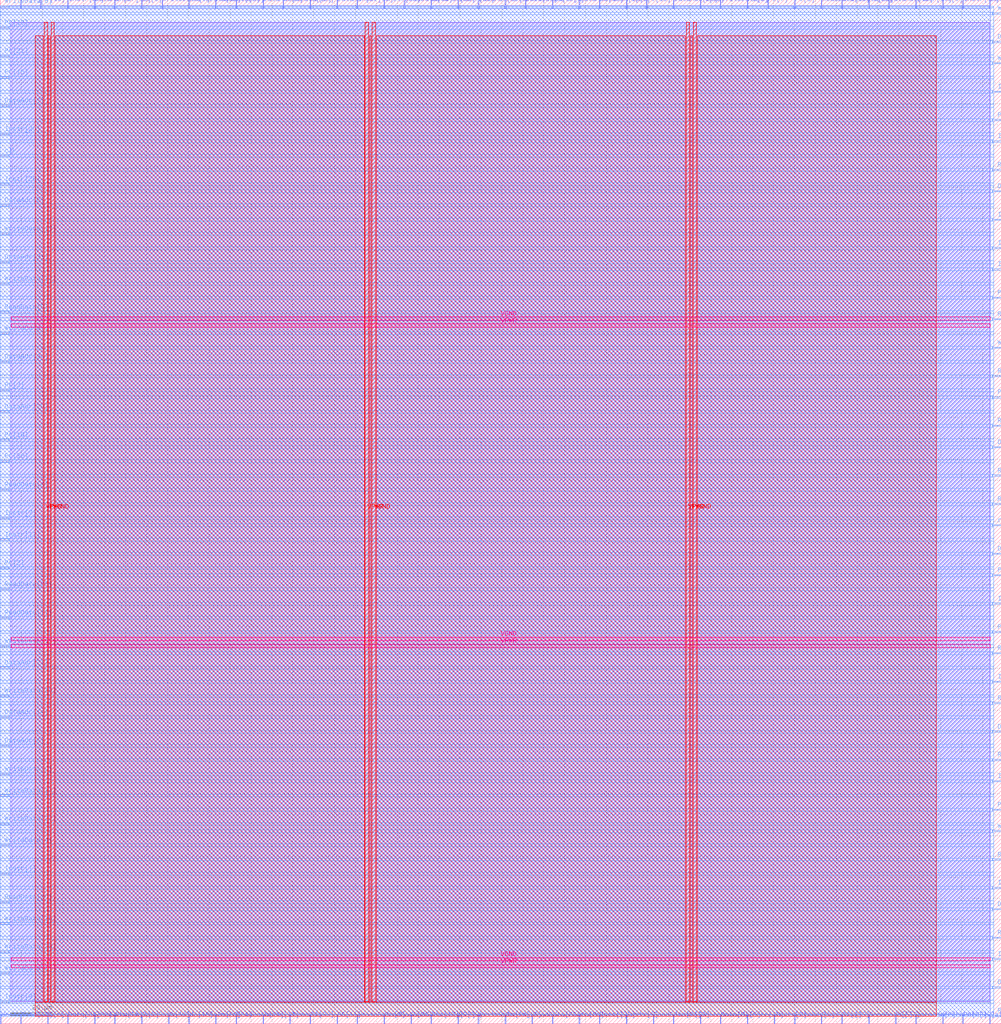
<source format=lef>
VERSION 5.7 ;
  NOWIREEXTENSIONATPIN ON ;
  DIVIDERCHAR "/" ;
  BUSBITCHARS "[]" ;
MACRO top
  CLASS BLOCK ;
  FOREIGN top ;
  ORIGIN 0.000 0.000 ;
  SIZE 478.945 BY 489.665 ;
  PIN DataAdr[0]
    DIRECTION OUTPUT TRISTATE ;
    USE SIGNAL ;
    ANTENNADIFFAREA 0.445500 ;
    PORT
      LAYER met2 ;
        RECT 380.050 0.000 380.330 4.000 ;
    END
  END DataAdr[0]
  PIN DataAdr[10]
    DIRECTION OUTPUT TRISTATE ;
    USE SIGNAL ;
    ANTENNAGATEAREA 0.373500 ;
    ANTENNADIFFAREA 0.924000 ;
    PORT
      LAYER met2 ;
        RECT 228.710 485.665 228.990 489.665 ;
    END
  END DataAdr[10]
  PIN DataAdr[11]
    DIRECTION OUTPUT TRISTATE ;
    USE SIGNAL ;
    ANTENNAGATEAREA 0.126000 ;
    ANTENNADIFFAREA 2.862000 ;
    PORT
      LAYER met3 ;
        RECT 474.945 469.240 478.945 469.840 ;
    END
  END DataAdr[11]
  PIN DataAdr[12]
    DIRECTION OUTPUT TRISTATE ;
    USE SIGNAL ;
    ANTENNAGATEAREA 0.808200 ;
    ANTENNADIFFAREA 1.918700 ;
    PORT
      LAYER met3 ;
        RECT 474.945 397.840 478.945 398.440 ;
    END
  END DataAdr[12]
  PIN DataAdr[13]
    DIRECTION OUTPUT TRISTATE ;
    USE SIGNAL ;
    ANTENNADIFFAREA 0.445500 ;
    PORT
      LAYER met2 ;
        RECT 277.010 485.665 277.290 489.665 ;
    END
  END DataAdr[13]
  PIN DataAdr[14]
    DIRECTION OUTPUT TRISTATE ;
    USE SIGNAL ;
    ANTENNAGATEAREA 0.247500 ;
    ANTENNADIFFAREA 1.336500 ;
    PORT
      LAYER met3 ;
        RECT 0.000 146.240 4.000 146.840 ;
    END
  END DataAdr[14]
  PIN DataAdr[15]
    DIRECTION OUTPUT TRISTATE ;
    USE SIGNAL ;
    ANTENNADIFFAREA 2.862000 ;
    PORT
      LAYER met2 ;
        RECT 425.130 485.665 425.410 489.665 ;
    END
  END DataAdr[15]
  PIN DataAdr[16]
    DIRECTION OUTPUT TRISTATE ;
    USE SIGNAL ;
    ANTENNAGATEAREA 0.213000 ;
    ANTENNADIFFAREA 1.484000 ;
    PORT
      LAYER met2 ;
        RECT 80.590 0.000 80.870 4.000 ;
    END
  END DataAdr[16]
  PIN DataAdr[17]
    DIRECTION OUTPUT TRISTATE ;
    USE SIGNAL ;
    ANTENNADIFFAREA 1.075200 ;
    PORT
      LAYER met3 ;
        RECT 474.945 17.040 478.945 17.640 ;
    END
  END DataAdr[17]
  PIN DataAdr[18]
    DIRECTION OUTPUT TRISTATE ;
    USE SIGNAL ;
    ANTENNAGATEAREA 0.621000 ;
    ANTENNADIFFAREA 1.484000 ;
    PORT
      LAYER met2 ;
        RECT 286.670 485.665 286.950 489.665 ;
    END
  END DataAdr[18]
  PIN DataAdr[19]
    DIRECTION OUTPUT TRISTATE ;
    USE SIGNAL ;
    ANTENNADIFFAREA 0.445500 ;
    PORT
      LAYER met3 ;
        RECT 474.945 139.440 478.945 140.040 ;
    END
  END DataAdr[19]
  PIN DataAdr[1]
    DIRECTION OUTPUT TRISTATE ;
    USE SIGNAL ;
    ANTENNAGATEAREA 0.247500 ;
    ANTENNADIFFAREA 2.862000 ;
    PORT
      LAYER met3 ;
        RECT 474.945 275.440 478.945 276.040 ;
    END
  END DataAdr[1]
  PIN DataAdr[20]
    DIRECTION OUTPUT TRISTATE ;
    USE SIGNAL ;
    ANTENNAGATEAREA 0.247500 ;
    ANTENNADIFFAREA 1.336500 ;
    PORT
      LAYER met2 ;
        RECT 161.090 485.665 161.370 489.665 ;
    END
  END DataAdr[20]
  PIN DataAdr[21]
    DIRECTION OUTPUT TRISTATE ;
    USE SIGNAL ;
    ANTENNAGATEAREA 0.247500 ;
    ANTENNADIFFAREA 1.336500 ;
    PORT
      LAYER met3 ;
        RECT 0.000 170.040 4.000 170.640 ;
    END
  END DataAdr[21]
  PIN DataAdr[22]
    DIRECTION OUTPUT TRISTATE ;
    USE SIGNAL ;
    ANTENNADIFFAREA 1.075200 ;
    PORT
      LAYER met2 ;
        RECT 206.170 485.665 206.450 489.665 ;
    END
  END DataAdr[22]
  PIN DataAdr[23]
    DIRECTION OUTPUT TRISTATE ;
    USE SIGNAL ;
    ANTENNAGATEAREA 0.742500 ;
    ANTENNADIFFAREA 1.484000 ;
    PORT
      LAYER met2 ;
        RECT 32.290 0.000 32.570 4.000 ;
    END
  END DataAdr[23]
  PIN DataAdr[24]
    DIRECTION OUTPUT TRISTATE ;
    USE SIGNAL ;
    ANTENNAGATEAREA 5.342400 ;
    ANTENNADIFFAREA 8.078400 ;
    PORT
      LAYER met3 ;
        RECT 0.000 316.240 4.000 316.840 ;
    END
  END DataAdr[24]
  PIN DataAdr[25]
    DIRECTION OUTPUT TRISTATE ;
    USE SIGNAL ;
    ANTENNAGATEAREA 0.247500 ;
    ANTENNADIFFAREA 1.336500 ;
    PORT
      LAYER met2 ;
        RECT 206.170 0.000 206.450 4.000 ;
    END
  END DataAdr[25]
  PIN DataAdr[26]
    DIRECTION OUTPUT TRISTATE ;
    USE SIGNAL ;
    ANTENNAGATEAREA 0.247500 ;
    ANTENNADIFFAREA 1.075200 ;
    PORT
      LAYER met3 ;
        RECT 474.945 224.440 478.945 225.040 ;
    END
  END DataAdr[26]
  PIN DataAdr[27]
    DIRECTION OUTPUT TRISTATE ;
    USE SIGNAL ;
    ANTENNAGATEAREA 0.247500 ;
    ANTENNADIFFAREA 2.862000 ;
    PORT
      LAYER met2 ;
        RECT 45.170 485.665 45.450 489.665 ;
    END
  END DataAdr[27]
  PIN DataAdr[28]
    DIRECTION OUTPUT TRISTATE ;
    USE SIGNAL ;
    ANTENNAGATEAREA 0.247500 ;
    ANTENNADIFFAREA 2.862000 ;
    PORT
      LAYER met2 ;
        RECT 322.090 485.665 322.370 489.665 ;
    END
  END DataAdr[28]
  PIN DataAdr[29]
    DIRECTION OUTPUT TRISTATE ;
    USE SIGNAL ;
    ANTENNAGATEAREA 0.247500 ;
    ANTENNADIFFAREA 1.336500 ;
    PORT
      LAYER met3 ;
        RECT 0.000 292.440 4.000 293.040 ;
    END
  END DataAdr[29]
  PIN DataAdr[2]
    DIRECTION OUTPUT TRISTATE ;
    USE SIGNAL ;
    ANTENNAGATEAREA 0.247500 ;
    ANTENNADIFFAREA 1.336500 ;
    PORT
      LAYER met2 ;
        RECT 438.010 0.000 438.290 4.000 ;
    END
  END DataAdr[2]
  PIN DataAdr[30]
    DIRECTION OUTPUT TRISTATE ;
    USE SIGNAL ;
    ANTENNAGATEAREA 0.495000 ;
    ANTENNADIFFAREA 2.862000 ;
    PORT
      LAYER met2 ;
        RECT 473.430 485.665 473.710 489.665 ;
    END
  END DataAdr[30]
  PIN DataAdr[31]
    DIRECTION OUTPUT TRISTATE ;
    USE SIGNAL ;
    ANTENNADIFFAREA 2.862000 ;
    PORT
      LAYER met3 ;
        RECT 0.000 363.840 4.000 364.440 ;
    END
  END DataAdr[31]
  PIN DataAdr[3]
    DIRECTION OUTPUT TRISTATE ;
    USE SIGNAL ;
    ANTENNAGATEAREA 0.373500 ;
    ANTENNADIFFAREA 1.782000 ;
    PORT
      LAYER met3 ;
        RECT 0.000 438.640 4.000 439.240 ;
    END
  END DataAdr[3]
  PIN DataAdr[4]
    DIRECTION OUTPUT TRISTATE ;
    USE SIGNAL ;
    ANTENNAGATEAREA 0.373500 ;
    ANTENNADIFFAREA 0.891000 ;
    PORT
      LAYER met3 ;
        RECT 474.945 54.440 478.945 55.040 ;
    END
  END DataAdr[4]
  PIN DataAdr[5]
    DIRECTION OUTPUT TRISTATE ;
    USE SIGNAL ;
    ANTENNAGATEAREA 3.603600 ;
    ANTENNADIFFAREA 4.814100 ;
    PORT
      LAYER met2 ;
        RECT 344.630 0.000 344.910 4.000 ;
    END
  END DataAdr[5]
  PIN DataAdr[6]
    DIRECTION OUTPUT TRISTATE ;
    USE SIGNAL ;
    ANTENNAGATEAREA 0.126000 ;
    ANTENNADIFFAREA 2.090400 ;
    PORT
      LAYER met3 ;
        RECT 0.000 132.640 4.000 133.240 ;
    END
  END DataAdr[6]
  PIN DataAdr[7]
    DIRECTION OUTPUT TRISTATE ;
    USE SIGNAL ;
    ANTENNAGATEAREA 0.373500 ;
    ANTENNADIFFAREA 0.891000 ;
    PORT
      LAYER met2 ;
        RECT 473.430 0.000 473.710 4.000 ;
    END
  END DataAdr[7]
  PIN DataAdr[8]
    DIRECTION OUTPUT TRISTATE ;
    USE SIGNAL ;
    ANTENNAGATEAREA 0.252000 ;
    ANTENNADIFFAREA 0.891000 ;
    PORT
      LAYER met3 ;
        RECT 0.000 391.040 4.000 391.640 ;
    END
  END DataAdr[8]
  PIN DataAdr[9]
    DIRECTION OUTPUT TRISTATE ;
    USE SIGNAL ;
    ANTENNAGATEAREA 0.373500 ;
    ANTENNADIFFAREA 1.484000 ;
    PORT
      LAYER met2 ;
        RECT 125.670 485.665 125.950 489.665 ;
    END
  END DataAdr[9]
  PIN Instr[0]
    DIRECTION INPUT ;
    USE SIGNAL ;
    ANTENNAGATEAREA 2.848500 ;
    PORT
      LAYER met2 ;
        RECT 264.130 485.665 264.410 489.665 ;
    END
  END Instr[0]
  PIN Instr[10]
    DIRECTION INPUT ;
    USE SIGNAL ;
    ANTENNAGATEAREA 1.081500 ;
    PORT
      LAYER met2 ;
        RECT 438.010 485.665 438.290 489.665 ;
    END
  END Instr[10]
  PIN Instr[11]
    DIRECTION INPUT ;
    USE SIGNAL ;
    ANTENNAGATEAREA 2.198400 ;
    ANTENNADIFFAREA 0.869400 ;
    PORT
      LAYER met3 ;
        RECT 0.000 231.240 4.000 231.840 ;
    END
  END Instr[11]
  PIN Instr[12]
    DIRECTION INPUT ;
    USE SIGNAL ;
    ANTENNAGATEAREA 0.621000 ;
    PORT
      LAYER met2 ;
        RECT 54.830 485.665 55.110 489.665 ;
    END
  END Instr[12]
  PIN Instr[13]
    DIRECTION INPUT ;
    USE SIGNAL ;
    ANTENNAGATEAREA 1.494000 ;
    PORT
      LAYER met3 ;
        RECT 474.945 384.240 478.945 384.840 ;
    END
  END Instr[13]
  PIN Instr[14]
    DIRECTION INPUT ;
    USE SIGNAL ;
    ANTENNAGATEAREA 1.363500 ;
    PORT
      LAYER met2 ;
        RECT 460.550 485.665 460.830 489.665 ;
    END
  END Instr[14]
  PIN Instr[15]
    DIRECTION INPUT ;
    USE SIGNAL ;
    ANTENNAGATEAREA 1.663500 ;
    PORT
      LAYER met3 ;
        RECT 474.945 360.440 478.945 361.040 ;
    END
  END Instr[15]
  PIN Instr[16]
    DIRECTION INPUT ;
    USE SIGNAL ;
    ANTENNAGATEAREA 1.611900 ;
    ANTENNADIFFAREA 0.869400 ;
    PORT
      LAYER met2 ;
        RECT 241.590 0.000 241.870 4.000 ;
    END
  END Instr[16]
  PIN Instr[17]
    DIRECTION INPUT ;
    USE SIGNAL ;
    ANTENNAGATEAREA 1.830000 ;
    PORT
      LAYER met2 ;
        RECT 125.670 0.000 125.950 4.000 ;
    END
  END Instr[17]
  PIN Instr[18]
    DIRECTION INPUT ;
    USE SIGNAL ;
    ANTENNAGATEAREA 0.852000 ;
    PORT
      LAYER met2 ;
        RECT 357.510 0.000 357.790 4.000 ;
    END
  END Instr[18]
  PIN Instr[19]
    DIRECTION INPUT ;
    USE SIGNAL ;
    ANTENNAGATEAREA 3.469500 ;
    PORT
      LAYER met3 ;
        RECT 474.945 200.640 478.945 201.240 ;
    END
  END Instr[19]
  PIN Instr[1]
    DIRECTION INPUT ;
    USE SIGNAL ;
    ANTENNAGATEAREA 2.848500 ;
    PORT
      LAYER met3 ;
        RECT 0.000 71.440 4.000 72.040 ;
    END
  END Instr[1]
  PIN Instr[20]
    DIRECTION INPUT ;
    USE SIGNAL ;
    ANTENNAGATEAREA 2.089500 ;
    PORT
      LAYER met3 ;
        RECT 0.000 425.040 4.000 425.640 ;
    END
  END Instr[20]
  PIN Instr[21]
    DIRECTION INPUT ;
    USE SIGNAL ;
    ANTENNAGATEAREA 3.597300 ;
    ANTENNADIFFAREA 1.738800 ;
    PORT
      LAYER met3 ;
        RECT 474.945 30.640 478.945 31.240 ;
    END
  END Instr[21]
  PIN Instr[22]
    DIRECTION INPUT ;
    USE SIGNAL ;
    ANTENNAGATEAREA 1.047000 ;
    PORT
      LAYER met2 ;
        RECT 183.630 485.665 183.910 489.665 ;
    END
  END Instr[22]
  PIN Instr[23]
    DIRECTION INPUT ;
    USE SIGNAL ;
    ANTENNAGATEAREA 0.990000 ;
    PORT
      LAYER met2 ;
        RECT 286.670 0.000 286.950 4.000 ;
    END
  END Instr[23]
  PIN Instr[24]
    DIRECTION INPUT ;
    USE SIGNAL ;
    ANTENNAGATEAREA 0.742500 ;
    PORT
      LAYER met2 ;
        RECT 103.130 0.000 103.410 4.000 ;
    END
  END Instr[24]
  PIN Instr[25]
    DIRECTION INPUT ;
    USE SIGNAL ;
    ANTENNAGATEAREA 2.601000 ;
    PORT
      LAYER met2 ;
        RECT 322.090 0.000 322.370 4.000 ;
    END
  END Instr[25]
  PIN Instr[26]
    DIRECTION INPUT ;
    USE SIGNAL ;
    ANTENNAGATEAREA 1.489500 ;
    PORT
      LAYER met2 ;
        RECT 219.050 485.665 219.330 489.665 ;
    END
  END Instr[26]
  PIN Instr[27]
    DIRECTION INPUT ;
    USE SIGNAL ;
    ANTENNAGATEAREA 1.611000 ;
    PORT
      LAYER met2 ;
        RECT 32.290 485.665 32.570 489.665 ;
    END
  END Instr[27]
  PIN Instr[28]
    DIRECTION INPUT ;
    USE SIGNAL ;
    ANTENNAGATEAREA 1.611000 ;
    PORT
      LAYER met3 ;
        RECT 474.945 370.640 478.945 371.240 ;
    END
  END Instr[28]
  PIN Instr[29]
    DIRECTION INPUT ;
    USE SIGNAL ;
    ANTENNAGATEAREA 2.177100 ;
    ANTENNADIFFAREA 1.304100 ;
    PORT
      LAYER met3 ;
        RECT 0.000 401.240 4.000 401.840 ;
    END
  END Instr[29]
  PIN Instr[2]
    DIRECTION INPUT ;
    USE SIGNAL ;
    ANTENNAGATEAREA 2.197500 ;
    PORT
      LAYER met2 ;
        RECT 370.390 0.000 370.670 4.000 ;
    END
  END Instr[2]
  PIN Instr[30]
    DIRECTION INPUT ;
    USE SIGNAL ;
    ANTENNAGATEAREA 1.984500 ;
    PORT
      LAYER met2 ;
        RECT 170.750 485.665 171.030 489.665 ;
    END
  END Instr[30]
  PIN Instr[31]
    DIRECTION INPUT ;
    USE SIGNAL ;
    ANTENNAGATEAREA 3.823500 ;
    PORT
      LAYER met3 ;
        RECT 474.945 115.640 478.945 116.240 ;
    END
  END Instr[31]
  PIN Instr[3]
    DIRECTION INPUT ;
    USE SIGNAL ;
    ANTENNAGATEAREA 2.197500 ;
    PORT
      LAYER met3 ;
        RECT 474.945 421.640 478.945 422.240 ;
    END
  END Instr[3]
  PIN Instr[4]
    DIRECTION INPUT ;
    USE SIGNAL ;
    ANTENNAGATEAREA 1.950000 ;
    PORT
      LAYER met3 ;
        RECT 474.945 163.240 478.945 163.840 ;
    END
  END Instr[4]
  PIN Instr[5]
    DIRECTION INPUT ;
    USE SIGNAL ;
    ANTENNAGATEAREA 3.465000 ;
    PORT
      LAYER met2 ;
        RECT 299.550 0.000 299.830 4.000 ;
    END
  END Instr[5]
  PIN Instr[6]
    DIRECTION INPUT ;
    USE SIGNAL ;
    ANTENNAGATEAREA 0.994500 ;
    PORT
      LAYER met3 ;
        RECT 474.945 64.640 478.945 65.240 ;
    END
  END Instr[6]
  PIN Instr[7]
    DIRECTION INPUT ;
    USE SIGNAL ;
    ANTENNAGATEAREA 2.449500 ;
    PORT
      LAYER met3 ;
        RECT 0.000 241.440 4.000 242.040 ;
    END
  END Instr[7]
  PIN Instr[8]
    DIRECTION INPUT ;
    USE SIGNAL ;
    ANTENNAGATEAREA 3.532800 ;
    ANTENNADIFFAREA 1.738800 ;
    PORT
      LAYER met3 ;
        RECT 0.000 10.240 4.000 10.840 ;
    END
  END Instr[8]
  PIN Instr[9]
    DIRECTION INPUT ;
    USE SIGNAL ;
    ANTENNAGATEAREA 1.208400 ;
    ANTENNADIFFAREA 0.869400 ;
    PORT
      LAYER met3 ;
        RECT 474.945 445.440 478.945 446.040 ;
    END
  END Instr[9]
  PIN MemWrite
    DIRECTION OUTPUT TRISTATE ;
    USE SIGNAL ;
    ANTENNAGATEAREA 0.495000 ;
    ANTENNADIFFAREA 1.336500 ;
    PORT
      LAYER met2 ;
        RECT 138.550 0.000 138.830 4.000 ;
    END
  END MemWrite
  PIN PC[0]
    DIRECTION OUTPUT TRISTATE ;
    USE SIGNAL ;
    ANTENNAGATEAREA 1.560000 ;
    ANTENNADIFFAREA 0.891000 ;
    PORT
      LAYER met2 ;
        RECT 450.890 485.665 451.170 489.665 ;
    END
  END PC[0]
  PIN PC[10]
    DIRECTION OUTPUT TRISTATE ;
    USE SIGNAL ;
    ANTENNAGATEAREA 2.853000 ;
    ANTENNADIFFAREA 0.891000 ;
    PORT
      LAYER met3 ;
        RECT 0.000 476.040 4.000 476.640 ;
    END
  END PC[10]
  PIN PC[11]
    DIRECTION OUTPUT TRISTATE ;
    USE SIGNAL ;
    ANTENNAGATEAREA 1.368000 ;
    ANTENNADIFFAREA 0.891000 ;
    PORT
      LAYER met2 ;
        RECT 161.090 0.000 161.370 4.000 ;
    END
  END PC[11]
  PIN PC[12]
    DIRECTION OUTPUT TRISTATE ;
    USE SIGNAL ;
    ANTENNAGATEAREA 1.863000 ;
    ANTENNADIFFAREA 0.891000 ;
    PORT
      LAYER met2 ;
        RECT 334.970 485.665 335.250 489.665 ;
    END
  END PC[12]
  PIN PC[13]
    DIRECTION OUTPUT TRISTATE ;
    USE SIGNAL ;
    ANTENNAGATEAREA 0.994500 ;
    ANTENNADIFFAREA 0.891000 ;
    PORT
      LAYER met2 ;
        RECT 309.210 485.665 309.490 489.665 ;
    END
  END PC[13]
  PIN PC[14]
    DIRECTION OUTPUT TRISTATE ;
    USE SIGNAL ;
    ANTENNAGATEAREA 2.731500 ;
    ANTENNADIFFAREA 0.891000 ;
    PORT
      LAYER met2 ;
        RECT 148.210 485.665 148.490 489.665 ;
    END
  END PC[14]
  PIN PC[15]
    DIRECTION OUTPUT TRISTATE ;
    USE SIGNAL ;
    ANTENNAGATEAREA 1.615500 ;
    ANTENNADIFFAREA 0.891000 ;
    PORT
      LAYER met3 ;
        RECT 0.000 452.240 4.000 452.840 ;
    END
  END PC[15]
  PIN PC[16]
    DIRECTION OUTPUT TRISTATE ;
    USE SIGNAL ;
    ANTENNAGATEAREA 1.737000 ;
    ANTENNADIFFAREA 0.891000 ;
    PORT
      LAYER met2 ;
        RECT 19.410 485.665 19.690 489.665 ;
    END
  END PC[16]
  PIN PC[17]
    DIRECTION OUTPUT TRISTATE ;
    USE SIGNAL ;
    ANTENNAGATEAREA 1.489500 ;
    ANTENNADIFFAREA 0.891000 ;
    PORT
      LAYER met3 ;
        RECT 474.945 431.840 478.945 432.440 ;
    END
  END PC[17]
  PIN PC[18]
    DIRECTION OUTPUT TRISTATE ;
    USE SIGNAL ;
    ANTENNAGATEAREA 1.737000 ;
    ANTENNADIFFAREA 0.891000 ;
    PORT
      LAYER met2 ;
        RECT 219.050 0.000 219.330 4.000 ;
    END
  END PC[18]
  PIN PC[19]
    DIRECTION OUTPUT TRISTATE ;
    USE SIGNAL ;
    ANTENNAGATEAREA 1.489500 ;
    ANTENNADIFFAREA 0.891000 ;
    PORT
      LAYER met3 ;
        RECT 0.000 278.840 4.000 279.440 ;
    END
  END PC[19]
  PIN PC[1]
    DIRECTION OUTPUT TRISTATE ;
    USE SIGNAL ;
    ANTENNAGATEAREA 1.237500 ;
    ANTENNADIFFAREA 0.891000 ;
    PORT
      LAYER met3 ;
        RECT 474.945 346.840 478.945 347.440 ;
    END
  END PC[1]
  PIN PC[20]
    DIRECTION OUTPUT TRISTATE ;
    USE SIGNAL ;
    ANTENNAGATEAREA 1.620000 ;
    ANTENNADIFFAREA 0.891000 ;
    PORT
      LAYER met2 ;
        RECT 148.210 0.000 148.490 4.000 ;
    END
  END PC[20]
  PIN PC[21]
    DIRECTION OUTPUT TRISTATE ;
    USE SIGNAL ;
    ANTENNAGATEAREA 1.863000 ;
    ANTENNADIFFAREA 0.891000 ;
    PORT
      LAYER met3 ;
        RECT 0.000 462.440 4.000 463.040 ;
    END
  END PC[21]
  PIN PC[22]
    DIRECTION OUTPUT TRISTATE ;
    USE SIGNAL ;
    ANTENNAGATEAREA 1.120500 ;
    ANTENNADIFFAREA 0.891000 ;
    PORT
      LAYER met3 ;
        RECT 474.945 299.240 478.945 299.840 ;
    END
  END PC[22]
  PIN PC[23]
    DIRECTION OUTPUT TRISTATE ;
    USE SIGNAL ;
    ANTENNAGATEAREA 2.853000 ;
    ANTENNADIFFAREA 0.891000 ;
    PORT
      LAYER met2 ;
        RECT 460.550 0.000 460.830 4.000 ;
    END
  END PC[23]
  PIN PC[24]
    DIRECTION OUTPUT TRISTATE ;
    USE SIGNAL ;
    ANTENNAGATEAREA 1.615500 ;
    ANTENNADIFFAREA 0.891000 ;
    PORT
      LAYER met3 ;
        RECT 474.945 102.040 478.945 102.640 ;
    END
  END PC[24]
  PIN PC[25]
    DIRECTION OUTPUT TRISTATE ;
    USE SIGNAL ;
    ANTENNAGATEAREA 2.727000 ;
    ANTENNADIFFAREA 0.891000 ;
    PORT
      LAYER met2 ;
        RECT 112.790 485.665 113.070 489.665 ;
    END
  END PC[25]
  PIN PC[26]
    DIRECTION OUTPUT TRISTATE ;
    USE SIGNAL ;
    ANTENNAGATEAREA 1.615500 ;
    ANTENNADIFFAREA 0.891000 ;
    PORT
      LAYER met3 ;
        RECT 474.945 187.040 478.945 187.640 ;
    END
  END PC[26]
  PIN PC[27]
    DIRECTION OUTPUT TRISTATE ;
    USE SIGNAL ;
    ANTENNAGATEAREA 1.242000 ;
    ANTENNADIFFAREA 0.891000 ;
    PORT
      LAYER met2 ;
        RECT 428.350 0.000 428.630 4.000 ;
    END
  END PC[27]
  PIN PC[28]
    DIRECTION OUTPUT TRISTATE ;
    USE SIGNAL ;
    ANTENNAGATEAREA 2.727000 ;
    ANTENNADIFFAREA 0.891000 ;
    PORT
      LAYER met2 ;
        RECT 415.470 485.665 415.750 489.665 ;
    END
  END PC[28]
  PIN PC[29]
    DIRECTION OUTPUT TRISTATE ;
    USE SIGNAL ;
    ANTENNAGATEAREA 2.601000 ;
    ANTENNADIFFAREA 0.891000 ;
    PORT
      LAYER met3 ;
        RECT 474.945 214.240 478.945 214.840 ;
    END
  END PC[29]
  PIN PC[2]
    DIRECTION OUTPUT TRISTATE ;
    USE SIGNAL ;
    ANTENNAGATEAREA 0.339000 ;
    ANTENNADIFFAREA 0.891000 ;
    PORT
      LAYER met3 ;
        RECT 0.000 217.640 4.000 218.240 ;
    END
  END PC[2]
  PIN PC[30]
    DIRECTION OUTPUT TRISTATE ;
    USE SIGNAL ;
    ANTENNAGATEAREA 1.984500 ;
    ANTENNADIFFAREA 0.891000 ;
    PORT
      LAYER met3 ;
        RECT 0.000 268.640 4.000 269.240 ;
    END
  END PC[30]
  PIN PC[31]
    DIRECTION OUTPUT TRISTATE ;
    USE SIGNAL ;
    ANTENNAGATEAREA 1.242000 ;
    ANTENNADIFFAREA 0.891000 ;
    PORT
      LAYER met2 ;
        RECT 299.550 485.665 299.830 489.665 ;
    END
  END PC[31]
  PIN PC[3]
    DIRECTION OUTPUT TRISTATE ;
    USE SIGNAL ;
    ANTENNAGATEAREA 3.343500 ;
    ANTENNADIFFAREA 0.891000 ;
    PORT
      LAYER met3 ;
        RECT 0.000 302.640 4.000 303.240 ;
    END
  END PC[3]
  PIN PC[4]
    DIRECTION OUTPUT TRISTATE ;
    USE SIGNAL ;
    ANTENNAGATEAREA 1.858500 ;
    ANTENNADIFFAREA 0.891000 ;
    PORT
      LAYER met2 ;
        RECT 402.590 0.000 402.870 4.000 ;
    END
  END PC[4]
  PIN PC[5]
    DIRECTION OUTPUT TRISTATE ;
    USE SIGNAL ;
    ANTENNAGATEAREA 0.285000 ;
    ANTENNADIFFAREA 0.891000 ;
    PORT
      LAYER met2 ;
        RECT 9.750 485.665 10.030 489.665 ;
    END
  END PC[5]
  PIN PC[6]
    DIRECTION OUTPUT TRISTATE ;
    USE SIGNAL ;
    ANTENNAGATEAREA 1.368000 ;
    ANTENNADIFFAREA 0.891000 ;
    PORT
      LAYER met2 ;
        RECT 67.710 485.665 67.990 489.665 ;
    END
  END PC[6]
  PIN PC[7]
    DIRECTION OUTPUT TRISTATE ;
    USE SIGNAL ;
    ANTENNAGATEAREA 0.994500 ;
    ANTENNADIFFAREA 0.891000 ;
    PORT
      LAYER met2 ;
        RECT 367.170 485.665 367.450 489.665 ;
    END
  END PC[7]
  PIN PC[8]
    DIRECTION OUTPUT TRISTATE ;
    USE SIGNAL ;
    ANTENNAGATEAREA 2.232000 ;
    ANTENNADIFFAREA 0.891000 ;
    PORT
      LAYER met2 ;
        RECT 380.050 485.665 380.330 489.665 ;
    END
  END PC[8]
  PIN PC[9]
    DIRECTION OUTPUT TRISTATE ;
    USE SIGNAL ;
    ANTENNAGATEAREA 0.873000 ;
    ANTENNADIFFAREA 0.891000 ;
    PORT
      LAYER met2 ;
        RECT 357.510 485.665 357.790 489.665 ;
    END
  END PC[9]
  PIN ReadData[0]
    DIRECTION INPUT ;
    USE SIGNAL ;
    ANTENNAGATEAREA 4.907700 ;
    ANTENNADIFFAREA 4.781700 ;
    PORT
      LAYER met2 ;
        RECT 9.750 0.000 10.030 4.000 ;
    END
  END ReadData[0]
  PIN ReadData[10]
    DIRECTION INPUT ;
    USE SIGNAL ;
    ANTENNAGATEAREA 0.560700 ;
    ANTENNADIFFAREA 0.434700 ;
    PORT
      LAYER met2 ;
        RECT 67.710 0.000 67.990 4.000 ;
    END
  END ReadData[10]
  PIN ReadData[11]
    DIRECTION INPUT ;
    USE SIGNAL ;
    ANTENNAGATEAREA 0.560700 ;
    ANTENNADIFFAREA 0.434700 ;
    PORT
      LAYER met3 ;
        RECT 474.945 40.840 478.945 41.440 ;
    END
  END ReadData[11]
  PIN ReadData[12]
    DIRECTION INPUT ;
    USE SIGNAL ;
    ANTENNAGATEAREA 2.299500 ;
    ANTENNADIFFAREA 2.173500 ;
    PORT
      LAYER met2 ;
        RECT 196.510 0.000 196.790 4.000 ;
    END
  END ReadData[12]
  PIN ReadData[13]
    DIRECTION INPUT ;
    USE SIGNAL ;
    ANTENNAGATEAREA 0.682200 ;
    ANTENNADIFFAREA 0.434700 ;
    PORT
      LAYER met2 ;
        RECT 135.330 485.665 135.610 489.665 ;
    END
  END ReadData[13]
  PIN ReadData[14]
    DIRECTION INPUT ;
    USE SIGNAL ;
    ANTENNAGATEAREA 0.247500 ;
    PORT
      LAYER met3 ;
        RECT 474.945 248.240 478.945 248.840 ;
    END
  END ReadData[14]
  PIN ReadData[15]
    DIRECTION INPUT ;
    USE SIGNAL ;
    ANTENNAGATEAREA 0.682200 ;
    ANTENNADIFFAREA 0.434700 ;
    PORT
      LAYER met2 ;
        RECT 392.930 485.665 393.210 489.665 ;
    END
  END ReadData[15]
  PIN ReadData[16]
    DIRECTION INPUT ;
    USE SIGNAL ;
    ANTENNAGATEAREA 0.560700 ;
    ANTENNADIFFAREA 0.434700 ;
    PORT
      LAYER met2 ;
        RECT 45.170 0.000 45.450 4.000 ;
    END
  END ReadData[16]
  PIN ReadData[17]
    DIRECTION INPUT ;
    USE SIGNAL ;
    ANTENNAGATEAREA 3.168900 ;
    ANTENNADIFFAREA 3.042900 ;
    PORT
      LAYER met3 ;
        RECT 0.000 193.840 4.000 194.440 ;
    END
  END ReadData[17]
  PIN ReadData[18]
    DIRECTION INPUT ;
    USE SIGNAL ;
    ANTENNAGATEAREA 0.126000 ;
    PORT
      LAYER met3 ;
        RECT 474.945 261.840 478.945 262.440 ;
    END
  END ReadData[18]
  PIN ReadData[19]
    DIRECTION INPUT ;
    USE SIGNAL ;
    ANTENNAGATEAREA 0.560700 ;
    ANTENNADIFFAREA 0.434700 ;
    PORT
      LAYER met2 ;
        RECT 193.290 485.665 193.570 489.665 ;
    END
  END ReadData[19]
  PIN ReadData[1]
    DIRECTION INPUT ;
    USE SIGNAL ;
    ANTENNAGATEAREA 0.247500 ;
    PORT
      LAYER met3 ;
        RECT 474.945 176.840 478.945 177.440 ;
    END
  END ReadData[1]
  PIN ReadData[20]
    DIRECTION INPUT ;
    USE SIGNAL ;
    ANTENNAGATEAREA 0.682200 ;
    ANTENNADIFFAREA 0.434700 ;
    PORT
      LAYER met3 ;
        RECT 0.000 57.840 4.000 58.440 ;
    END
  END ReadData[20]
  PIN ReadData[21]
    DIRECTION INPUT ;
    USE SIGNAL ;
    ANTENNAGATEAREA 1.116900 ;
    ANTENNADIFFAREA 0.869400 ;
    PORT
      LAYER met2 ;
        RECT 254.470 0.000 254.750 4.000 ;
    END
  END ReadData[21]
  PIN ReadData[22]
    DIRECTION INPUT ;
    USE SIGNAL ;
    ANTENNAGATEAREA 0.247500 ;
    PORT
      LAYER met3 ;
        RECT 474.945 336.640 478.945 337.240 ;
    END
  END ReadData[22]
  PIN ReadData[23]
    DIRECTION INPUT ;
    USE SIGNAL ;
    ANTENNAGATEAREA 0.560700 ;
    ANTENNADIFFAREA 0.434700 ;
    PORT
      LAYER met3 ;
        RECT 0.000 207.440 4.000 208.040 ;
    END
  END ReadData[23]
  PIN ReadData[24]
    DIRECTION INPUT ;
    USE SIGNAL ;
    ANTENNAGATEAREA 3.603600 ;
    ANTENNADIFFAREA 3.477600 ;
    PORT
      LAYER met2 ;
        RECT 112.790 0.000 113.070 4.000 ;
    END
  END ReadData[24]
  PIN ReadData[25]
    DIRECTION INPUT ;
    USE SIGNAL ;
    ANTENNAGATEAREA 0.682200 ;
    ANTENNADIFFAREA 0.434700 ;
    PORT
      LAYER met3 ;
        RECT 474.945 125.840 478.945 126.440 ;
    END
  END ReadData[25]
  PIN ReadData[26]
    DIRECTION INPUT ;
    USE SIGNAL ;
    ANTENNAGATEAREA 0.682200 ;
    ANTENNADIFFAREA 0.434700 ;
    PORT
      LAYER met2 ;
        RECT 312.430 0.000 312.710 4.000 ;
    END
  END ReadData[26]
  PIN ReadData[27]
    DIRECTION INPUT ;
    USE SIGNAL ;
    ANTENNAGATEAREA 0.682200 ;
    ANTENNADIFFAREA 0.434700 ;
    PORT
      LAYER met3 ;
        RECT 474.945 3.440 478.945 4.040 ;
    END
  END ReadData[27]
  PIN ReadData[28]
    DIRECTION INPUT ;
    USE SIGNAL ;
    ANTENNAGATEAREA 0.682200 ;
    ANTENNADIFFAREA 0.434700 ;
    PORT
      LAYER met2 ;
        RECT 103.130 485.665 103.410 489.665 ;
    END
  END ReadData[28]
  PIN ReadData[29]
    DIRECTION INPUT ;
    USE SIGNAL ;
    ANTENNAGATEAREA 0.560700 ;
    ANTENNADIFFAREA 0.434700 ;
    PORT
      LAYER met2 ;
        RECT 392.930 0.000 393.210 4.000 ;
    END
  END ReadData[29]
  PIN ReadData[2]
    DIRECTION INPUT ;
    USE SIGNAL ;
    ANTENNAGATEAREA 0.682200 ;
    ANTENNADIFFAREA 0.434700 ;
    PORT
      LAYER met2 ;
        RECT 54.830 0.000 55.110 4.000 ;
    END
  END ReadData[2]
  PIN ReadData[30]
    DIRECTION INPUT ;
    USE SIGNAL ;
    ANTENNAGATEAREA 0.682200 ;
    ANTENNADIFFAREA 0.434700 ;
    PORT
      LAYER met2 ;
        RECT 183.630 0.000 183.910 4.000 ;
    END
  END ReadData[30]
  PIN ReadData[31]
    DIRECTION INPUT ;
    USE SIGNAL ;
    ANTENNAGATEAREA 0.682200 ;
    ANTENNADIFFAREA 0.434700 ;
    PORT
      LAYER met3 ;
        RECT 474.945 78.240 478.945 78.840 ;
    END
  END ReadData[31]
  PIN ReadData[3]
    DIRECTION INPUT ;
    USE SIGNAL ;
    ANTENNAGATEAREA 0.560700 ;
    ANTENNADIFFAREA 0.434700 ;
    PORT
      LAYER met3 ;
        RECT 474.945 408.040 478.945 408.640 ;
    END
  END ReadData[3]
  PIN ReadData[4]
    DIRECTION INPUT ;
    USE SIGNAL ;
    ANTENNAGATEAREA 0.126000 ;
    PORT
      LAYER met3 ;
        RECT 474.945 285.640 478.945 286.240 ;
    END
  END ReadData[4]
  PIN ReadData[5]
    DIRECTION INPUT ;
    USE SIGNAL ;
    ANTENNAGATEAREA 4.473000 ;
    ANTENNADIFFAREA 4.347000 ;
    PORT
      LAYER met2 ;
        RECT 415.470 0.000 415.750 4.000 ;
    END
  END ReadData[5]
  PIN ReadData[6]
    DIRECTION INPUT ;
    USE SIGNAL ;
    ANTENNAGATEAREA 0.560700 ;
    ANTENNADIFFAREA 0.434700 ;
    PORT
      LAYER met3 ;
        RECT 0.000 255.040 4.000 255.640 ;
    END
  END ReadData[6]
  PIN ReadData[7]
    DIRECTION INPUT ;
    USE SIGNAL ;
    ANTENNAGATEAREA 0.560700 ;
    ANTENNADIFFAREA 0.434700 ;
    PORT
      LAYER met3 ;
        RECT 474.945 153.040 478.945 153.640 ;
    END
  END ReadData[7]
  PIN ReadData[8]
    DIRECTION INPUT ;
    USE SIGNAL ;
    ANTENNAGATEAREA 0.560700 ;
    ANTENNADIFFAREA 0.434700 ;
    PORT
      LAYER met3 ;
        RECT 0.000 340.040 4.000 340.640 ;
    END
  END ReadData[8]
  PIN ReadData[9]
    DIRECTION INPUT ;
    USE SIGNAL ;
    ANTENNAGATEAREA 0.126000 ;
    PORT
      LAYER met3 ;
        RECT 474.945 309.440 478.945 310.040 ;
    END
  END ReadData[9]
  PIN VGND
    DIRECTION INOUT ;
    USE GROUND ;
    PORT
      LAYER met4 ;
        RECT 24.340 10.640 25.940 478.960 ;
    END
    PORT
      LAYER met4 ;
        RECT 177.940 10.640 179.540 478.960 ;
    END
    PORT
      LAYER met4 ;
        RECT 331.540 10.640 333.140 478.960 ;
    END
    PORT
      LAYER met5 ;
        RECT 5.280 30.030 473.580 31.630 ;
    END
    PORT
      LAYER met5 ;
        RECT 5.280 183.210 473.580 184.810 ;
    END
    PORT
      LAYER met5 ;
        RECT 5.280 336.390 473.580 337.990 ;
    END
  END VGND
  PIN VPWR
    DIRECTION INOUT ;
    USE POWER ;
    PORT
      LAYER met4 ;
        RECT 21.040 10.640 22.640 478.960 ;
    END
    PORT
      LAYER met4 ;
        RECT 174.640 10.640 176.240 478.960 ;
    END
    PORT
      LAYER met4 ;
        RECT 328.240 10.640 329.840 478.960 ;
    END
    PORT
      LAYER met5 ;
        RECT 5.280 26.730 473.580 28.330 ;
    END
    PORT
      LAYER met5 ;
        RECT 5.280 179.910 473.580 181.510 ;
    END
    PORT
      LAYER met5 ;
        RECT 5.280 333.090 473.580 334.690 ;
    END
  END VPWR
  PIN WriteData[0]
    DIRECTION OUTPUT TRISTATE ;
    USE SIGNAL ;
    ANTENNADIFFAREA 0.795200 ;
    PORT
      LAYER met3 ;
        RECT 474.945 459.040 478.945 459.640 ;
    END
  END WriteData[0]
  PIN WriteData[10]
    DIRECTION OUTPUT TRISTATE ;
    USE SIGNAL ;
    ANTENNADIFFAREA 0.795200 ;
    PORT
      LAYER met2 ;
        RECT 450.890 0.000 451.170 4.000 ;
    END
  END WriteData[10]
  PIN WriteData[11]
    DIRECTION OUTPUT TRISTATE ;
    USE SIGNAL ;
    ANTENNADIFFAREA 0.891000 ;
    PORT
      LAYER met3 ;
        RECT 474.945 482.840 478.945 483.440 ;
    END
  END WriteData[11]
  PIN WriteData[12]
    DIRECTION OUTPUT TRISTATE ;
    USE SIGNAL ;
    ANTENNADIFFAREA 0.795200 ;
    PORT
      LAYER met3 ;
        RECT 0.000 353.640 4.000 354.240 ;
    END
  END WriteData[12]
  PIN WriteData[13]
    DIRECTION OUTPUT TRISTATE ;
    USE SIGNAL ;
    ANTENNADIFFAREA 1.075200 ;
    PORT
      LAYER met3 ;
        RECT 0.000 377.440 4.000 378.040 ;
    END
  END WriteData[13]
  PIN WriteData[14]
    DIRECTION OUTPUT TRISTATE ;
    USE SIGNAL ;
    ANTENNADIFFAREA 0.445500 ;
    PORT
      LAYER met3 ;
        RECT 0.000 108.840 4.000 109.440 ;
    END
  END WriteData[14]
  PIN WriteData[15]
    DIRECTION OUTPUT TRISTATE ;
    USE SIGNAL ;
    ANTENNADIFFAREA 1.336500 ;
    PORT
      LAYER met2 ;
        RECT 0.090 0.000 0.370 4.000 ;
    END
  END WriteData[15]
  PIN WriteData[16]
    DIRECTION OUTPUT TRISTATE ;
    USE SIGNAL ;
    ANTENNADIFFAREA 0.891000 ;
    PORT
      LAYER met3 ;
        RECT 0.000 47.640 4.000 48.240 ;
    END
  END WriteData[16]
  PIN WriteData[17]
    DIRECTION OUTPUT TRISTATE ;
    USE SIGNAL ;
    ANTENNADIFFAREA 0.445500 ;
    PORT
      LAYER met3 ;
        RECT 0.000 180.240 4.000 180.840 ;
    END
  END WriteData[17]
  PIN WriteData[18]
    DIRECTION OUTPUT TRISTATE ;
    USE SIGNAL ;
    ANTENNADIFFAREA 1.336500 ;
    PORT
      LAYER met2 ;
        RECT 90.250 485.665 90.530 489.665 ;
    END
  END WriteData[18]
  PIN WriteData[19]
    DIRECTION OUTPUT TRISTATE ;
    USE SIGNAL ;
    ANTENNADIFFAREA 0.445500 ;
    PORT
      LAYER met2 ;
        RECT 251.250 485.665 251.530 489.665 ;
    END
  END WriteData[19]
  PIN WriteData[1]
    DIRECTION OUTPUT TRISTATE ;
    USE SIGNAL ;
    ANTENNADIFFAREA 0.795200 ;
    PORT
      LAYER met3 ;
        RECT 0.000 329.840 4.000 330.440 ;
    END
  END WriteData[1]
  PIN WriteData[20]
    DIRECTION OUTPUT TRISTATE ;
    USE SIGNAL ;
    ANTENNADIFFAREA 0.795200 ;
    PORT
      LAYER met3 ;
        RECT 0.000 156.440 4.000 157.040 ;
    END
  END WriteData[20]
  PIN WriteData[21]
    DIRECTION OUTPUT TRISTATE ;
    USE SIGNAL ;
    ANTENNADIFFAREA 0.795200 ;
    PORT
      LAYER met2 ;
        RECT 22.630 0.000 22.910 4.000 ;
    END
  END WriteData[21]
  PIN WriteData[22]
    DIRECTION OUTPUT TRISTATE ;
    USE SIGNAL ;
    ANTENNADIFFAREA 0.795200 ;
    PORT
      LAYER met3 ;
        RECT 0.000 95.240 4.000 95.840 ;
    END
  END WriteData[22]
  PIN WriteData[23]
    DIRECTION OUTPUT TRISTATE ;
    USE SIGNAL ;
    ANTENNADIFFAREA 0.795200 ;
    PORT
      LAYER met2 ;
        RECT 241.590 485.665 241.870 489.665 ;
    END
  END WriteData[23]
  PIN WriteData[24]
    DIRECTION OUTPUT TRISTATE ;
    USE SIGNAL ;
    ANTENNADIFFAREA 0.795200 ;
    PORT
      LAYER met2 ;
        RECT 228.710 0.000 228.990 4.000 ;
    END
  END WriteData[24]
  PIN WriteData[25]
    DIRECTION OUTPUT TRISTATE ;
    USE SIGNAL ;
    ANTENNAGATEAREA 0.247500 ;
    ANTENNADIFFAREA 0.911000 ;
    PORT
      LAYER met2 ;
        RECT 402.590 485.665 402.870 489.665 ;
    END
  END WriteData[25]
  PIN WriteData[26]
    DIRECTION OUTPUT TRISTATE ;
    USE SIGNAL ;
    ANTENNADIFFAREA 0.445500 ;
    PORT
      LAYER met3 ;
        RECT 474.945 91.840 478.945 92.440 ;
    END
  END WriteData[26]
  PIN WriteData[27]
    DIRECTION OUTPUT TRISTATE ;
    USE SIGNAL ;
    ANTENNADIFFAREA 0.795200 ;
    PORT
      LAYER met3 ;
        RECT 0.000 23.840 4.000 24.440 ;
    END
  END WriteData[27]
  PIN WriteData[28]
    DIRECTION OUTPUT TRISTATE ;
    USE SIGNAL ;
    ANTENNAGATEAREA 0.495000 ;
    ANTENNADIFFAREA 0.891000 ;
    PORT
      LAYER met3 ;
        RECT 0.000 34.040 4.000 34.640 ;
    END
  END WriteData[28]
  PIN WriteData[29]
    DIRECTION OUTPUT TRISTATE ;
    USE SIGNAL ;
    ANTENNAGATEAREA 0.495000 ;
    ANTENNADIFFAREA 0.911000 ;
    PORT
      LAYER met2 ;
        RECT 90.250 0.000 90.530 4.000 ;
    END
  END WriteData[29]
  PIN WriteData[2]
    DIRECTION OUTPUT TRISTATE ;
    USE SIGNAL ;
    ANTENNADIFFAREA 0.795200 ;
    PORT
      LAYER met2 ;
        RECT 170.750 0.000 171.030 4.000 ;
    END
  END WriteData[2]
  PIN WriteData[30]
    DIRECTION OUTPUT TRISTATE ;
    USE SIGNAL ;
    ANTENNAGATEAREA 0.495000 ;
    ANTENNADIFFAREA 0.911000 ;
    PORT
      LAYER met2 ;
        RECT 264.130 0.000 264.410 4.000 ;
    END
  END WriteData[30]
  PIN WriteData[31]
    DIRECTION OUTPUT TRISTATE ;
    USE SIGNAL ;
    ANTENNAGATEAREA 0.247500 ;
    ANTENNADIFFAREA 0.891000 ;
    PORT
      LAYER met3 ;
        RECT 474.945 323.040 478.945 323.640 ;
    END
  END WriteData[31]
  PIN WriteData[3]
    DIRECTION OUTPUT TRISTATE ;
    USE SIGNAL ;
    ANTENNADIFFAREA 0.795200 ;
    PORT
      LAYER met2 ;
        RECT 277.010 0.000 277.290 4.000 ;
    END
  END WriteData[3]
  PIN WriteData[4]
    DIRECTION OUTPUT TRISTATE ;
    USE SIGNAL ;
    ANTENNADIFFAREA 0.795200 ;
    PORT
      LAYER met3 ;
        RECT 0.000 85.040 4.000 85.640 ;
    END
  END WriteData[4]
  PIN WriteData[5]
    DIRECTION OUTPUT TRISTATE ;
    USE SIGNAL ;
    ANTENNADIFFAREA 0.445500 ;
    PORT
      LAYER met2 ;
        RECT 344.630 485.665 344.910 489.665 ;
    END
  END WriteData[5]
  PIN WriteData[6]
    DIRECTION OUTPUT TRISTATE ;
    USE SIGNAL ;
    ANTENNADIFFAREA 0.891000 ;
    PORT
      LAYER met3 ;
        RECT 0.000 486.240 4.000 486.840 ;
    END
  END WriteData[6]
  PIN WriteData[7]
    DIRECTION OUTPUT TRISTATE ;
    USE SIGNAL ;
    ANTENNADIFFAREA 0.795200 ;
    PORT
      LAYER met2 ;
        RECT 77.370 485.665 77.650 489.665 ;
    END
  END WriteData[7]
  PIN WriteData[8]
    DIRECTION OUTPUT TRISTATE ;
    USE SIGNAL ;
    ANTENNADIFFAREA 0.445500 ;
    PORT
      LAYER met2 ;
        RECT 334.970 0.000 335.250 4.000 ;
    END
  END WriteData[8]
  PIN WriteData[9]
    DIRECTION OUTPUT TRISTATE ;
    USE SIGNAL ;
    ANTENNADIFFAREA 0.795200 ;
    PORT
      LAYER met3 ;
        RECT 0.000 119.040 4.000 119.640 ;
    END
  END WriteData[9]
  PIN clk
    DIRECTION INPUT ;
    USE SIGNAL ;
    ANTENNAGATEAREA 1.286700 ;
    ANTENNADIFFAREA 0.434700 ;
    PORT
      LAYER met3 ;
        RECT 0.000 414.840 4.000 415.440 ;
    END
  END clk
  PIN reset
    DIRECTION INPUT ;
    USE SIGNAL ;
    ANTENNAGATEAREA 1.732500 ;
    PORT
      LAYER met3 ;
        RECT 474.945 238.040 478.945 238.640 ;
    END
  END reset
  OBS
      LAYER li1 ;
        RECT 5.520 10.795 473.340 478.805 ;
      LAYER met1 ;
        RECT 4.670 10.640 473.730 478.960 ;
      LAYER met2 ;
        RECT 0.090 485.385 9.470 486.725 ;
        RECT 10.310 485.385 19.130 486.725 ;
        RECT 19.970 485.385 32.010 486.725 ;
        RECT 32.850 485.385 44.890 486.725 ;
        RECT 45.730 485.385 54.550 486.725 ;
        RECT 55.390 485.385 67.430 486.725 ;
        RECT 68.270 485.385 77.090 486.725 ;
        RECT 77.930 485.385 89.970 486.725 ;
        RECT 90.810 485.385 102.850 486.725 ;
        RECT 103.690 485.385 112.510 486.725 ;
        RECT 113.350 485.385 125.390 486.725 ;
        RECT 126.230 485.385 135.050 486.725 ;
        RECT 135.890 485.385 147.930 486.725 ;
        RECT 148.770 485.385 160.810 486.725 ;
        RECT 161.650 485.385 170.470 486.725 ;
        RECT 171.310 485.385 183.350 486.725 ;
        RECT 184.190 485.385 193.010 486.725 ;
        RECT 193.850 485.385 205.890 486.725 ;
        RECT 206.730 485.385 218.770 486.725 ;
        RECT 219.610 485.385 228.430 486.725 ;
        RECT 229.270 485.385 241.310 486.725 ;
        RECT 242.150 485.385 250.970 486.725 ;
        RECT 251.810 485.385 263.850 486.725 ;
        RECT 264.690 485.385 276.730 486.725 ;
        RECT 277.570 485.385 286.390 486.725 ;
        RECT 287.230 485.385 299.270 486.725 ;
        RECT 300.110 485.385 308.930 486.725 ;
        RECT 309.770 485.385 321.810 486.725 ;
        RECT 322.650 485.385 334.690 486.725 ;
        RECT 335.530 485.385 344.350 486.725 ;
        RECT 345.190 485.385 357.230 486.725 ;
        RECT 358.070 485.385 366.890 486.725 ;
        RECT 367.730 485.385 379.770 486.725 ;
        RECT 380.610 485.385 392.650 486.725 ;
        RECT 393.490 485.385 402.310 486.725 ;
        RECT 403.150 485.385 415.190 486.725 ;
        RECT 416.030 485.385 424.850 486.725 ;
        RECT 425.690 485.385 437.730 486.725 ;
        RECT 438.570 485.385 450.610 486.725 ;
        RECT 451.450 485.385 460.270 486.725 ;
        RECT 461.110 485.385 473.150 486.725 ;
        RECT 0.090 4.280 473.710 485.385 ;
        RECT 0.650 3.670 9.470 4.280 ;
        RECT 10.310 3.670 22.350 4.280 ;
        RECT 23.190 3.670 32.010 4.280 ;
        RECT 32.850 3.670 44.890 4.280 ;
        RECT 45.730 3.670 54.550 4.280 ;
        RECT 55.390 3.670 67.430 4.280 ;
        RECT 68.270 3.670 80.310 4.280 ;
        RECT 81.150 3.670 89.970 4.280 ;
        RECT 90.810 3.670 102.850 4.280 ;
        RECT 103.690 3.670 112.510 4.280 ;
        RECT 113.350 3.670 125.390 4.280 ;
        RECT 126.230 3.670 138.270 4.280 ;
        RECT 139.110 3.670 147.930 4.280 ;
        RECT 148.770 3.670 160.810 4.280 ;
        RECT 161.650 3.670 170.470 4.280 ;
        RECT 171.310 3.670 183.350 4.280 ;
        RECT 184.190 3.670 196.230 4.280 ;
        RECT 197.070 3.670 205.890 4.280 ;
        RECT 206.730 3.670 218.770 4.280 ;
        RECT 219.610 3.670 228.430 4.280 ;
        RECT 229.270 3.670 241.310 4.280 ;
        RECT 242.150 3.670 254.190 4.280 ;
        RECT 255.030 3.670 263.850 4.280 ;
        RECT 264.690 3.670 276.730 4.280 ;
        RECT 277.570 3.670 286.390 4.280 ;
        RECT 287.230 3.670 299.270 4.280 ;
        RECT 300.110 3.670 312.150 4.280 ;
        RECT 312.990 3.670 321.810 4.280 ;
        RECT 322.650 3.670 334.690 4.280 ;
        RECT 335.530 3.670 344.350 4.280 ;
        RECT 345.190 3.670 357.230 4.280 ;
        RECT 358.070 3.670 370.110 4.280 ;
        RECT 370.950 3.670 379.770 4.280 ;
        RECT 380.610 3.670 392.650 4.280 ;
        RECT 393.490 3.670 402.310 4.280 ;
        RECT 403.150 3.670 415.190 4.280 ;
        RECT 416.030 3.670 428.070 4.280 ;
        RECT 428.910 3.670 437.730 4.280 ;
        RECT 438.570 3.670 450.610 4.280 ;
        RECT 451.450 3.670 460.270 4.280 ;
        RECT 461.110 3.670 473.150 4.280 ;
      LAYER met3 ;
        RECT 4.400 485.840 475.330 486.705 ;
        RECT 0.065 483.840 475.330 485.840 ;
        RECT 0.065 482.440 474.545 483.840 ;
        RECT 0.065 477.040 475.330 482.440 ;
        RECT 4.400 475.640 475.330 477.040 ;
        RECT 0.065 470.240 475.330 475.640 ;
        RECT 0.065 468.840 474.545 470.240 ;
        RECT 0.065 463.440 475.330 468.840 ;
        RECT 4.400 462.040 475.330 463.440 ;
        RECT 0.065 460.040 475.330 462.040 ;
        RECT 0.065 458.640 474.545 460.040 ;
        RECT 0.065 453.240 475.330 458.640 ;
        RECT 4.400 451.840 475.330 453.240 ;
        RECT 0.065 446.440 475.330 451.840 ;
        RECT 0.065 445.040 474.545 446.440 ;
        RECT 0.065 439.640 475.330 445.040 ;
        RECT 4.400 438.240 475.330 439.640 ;
        RECT 0.065 432.840 475.330 438.240 ;
        RECT 0.065 431.440 474.545 432.840 ;
        RECT 0.065 426.040 475.330 431.440 ;
        RECT 4.400 424.640 475.330 426.040 ;
        RECT 0.065 422.640 475.330 424.640 ;
        RECT 0.065 421.240 474.545 422.640 ;
        RECT 0.065 415.840 475.330 421.240 ;
        RECT 4.400 414.440 475.330 415.840 ;
        RECT 0.065 409.040 475.330 414.440 ;
        RECT 0.065 407.640 474.545 409.040 ;
        RECT 0.065 402.240 475.330 407.640 ;
        RECT 4.400 400.840 475.330 402.240 ;
        RECT 0.065 398.840 475.330 400.840 ;
        RECT 0.065 397.440 474.545 398.840 ;
        RECT 0.065 392.040 475.330 397.440 ;
        RECT 4.400 390.640 475.330 392.040 ;
        RECT 0.065 385.240 475.330 390.640 ;
        RECT 0.065 383.840 474.545 385.240 ;
        RECT 0.065 378.440 475.330 383.840 ;
        RECT 4.400 377.040 475.330 378.440 ;
        RECT 0.065 371.640 475.330 377.040 ;
        RECT 0.065 370.240 474.545 371.640 ;
        RECT 0.065 364.840 475.330 370.240 ;
        RECT 4.400 363.440 475.330 364.840 ;
        RECT 0.065 361.440 475.330 363.440 ;
        RECT 0.065 360.040 474.545 361.440 ;
        RECT 0.065 354.640 475.330 360.040 ;
        RECT 4.400 353.240 475.330 354.640 ;
        RECT 0.065 347.840 475.330 353.240 ;
        RECT 0.065 346.440 474.545 347.840 ;
        RECT 0.065 341.040 475.330 346.440 ;
        RECT 4.400 339.640 475.330 341.040 ;
        RECT 0.065 337.640 475.330 339.640 ;
        RECT 0.065 336.240 474.545 337.640 ;
        RECT 0.065 330.840 475.330 336.240 ;
        RECT 4.400 329.440 475.330 330.840 ;
        RECT 0.065 324.040 475.330 329.440 ;
        RECT 0.065 322.640 474.545 324.040 ;
        RECT 0.065 317.240 475.330 322.640 ;
        RECT 4.400 315.840 475.330 317.240 ;
        RECT 0.065 310.440 475.330 315.840 ;
        RECT 0.065 309.040 474.545 310.440 ;
        RECT 0.065 303.640 475.330 309.040 ;
        RECT 4.400 302.240 475.330 303.640 ;
        RECT 0.065 300.240 475.330 302.240 ;
        RECT 0.065 298.840 474.545 300.240 ;
        RECT 0.065 293.440 475.330 298.840 ;
        RECT 4.400 292.040 475.330 293.440 ;
        RECT 0.065 286.640 475.330 292.040 ;
        RECT 0.065 285.240 474.545 286.640 ;
        RECT 0.065 279.840 475.330 285.240 ;
        RECT 4.400 278.440 475.330 279.840 ;
        RECT 0.065 276.440 475.330 278.440 ;
        RECT 0.065 275.040 474.545 276.440 ;
        RECT 0.065 269.640 475.330 275.040 ;
        RECT 4.400 268.240 475.330 269.640 ;
        RECT 0.065 262.840 475.330 268.240 ;
        RECT 0.065 261.440 474.545 262.840 ;
        RECT 0.065 256.040 475.330 261.440 ;
        RECT 4.400 254.640 475.330 256.040 ;
        RECT 0.065 249.240 475.330 254.640 ;
        RECT 0.065 247.840 474.545 249.240 ;
        RECT 0.065 242.440 475.330 247.840 ;
        RECT 4.400 241.040 475.330 242.440 ;
        RECT 0.065 239.040 475.330 241.040 ;
        RECT 0.065 237.640 474.545 239.040 ;
        RECT 0.065 232.240 475.330 237.640 ;
        RECT 4.400 230.840 475.330 232.240 ;
        RECT 0.065 225.440 475.330 230.840 ;
        RECT 0.065 224.040 474.545 225.440 ;
        RECT 0.065 218.640 475.330 224.040 ;
        RECT 4.400 217.240 475.330 218.640 ;
        RECT 0.065 215.240 475.330 217.240 ;
        RECT 0.065 213.840 474.545 215.240 ;
        RECT 0.065 208.440 475.330 213.840 ;
        RECT 4.400 207.040 475.330 208.440 ;
        RECT 0.065 201.640 475.330 207.040 ;
        RECT 0.065 200.240 474.545 201.640 ;
        RECT 0.065 194.840 475.330 200.240 ;
        RECT 4.400 193.440 475.330 194.840 ;
        RECT 0.065 188.040 475.330 193.440 ;
        RECT 0.065 186.640 474.545 188.040 ;
        RECT 0.065 181.240 475.330 186.640 ;
        RECT 4.400 179.840 475.330 181.240 ;
        RECT 0.065 177.840 475.330 179.840 ;
        RECT 0.065 176.440 474.545 177.840 ;
        RECT 0.065 171.040 475.330 176.440 ;
        RECT 4.400 169.640 475.330 171.040 ;
        RECT 0.065 164.240 475.330 169.640 ;
        RECT 0.065 162.840 474.545 164.240 ;
        RECT 0.065 157.440 475.330 162.840 ;
        RECT 4.400 156.040 475.330 157.440 ;
        RECT 0.065 154.040 475.330 156.040 ;
        RECT 0.065 152.640 474.545 154.040 ;
        RECT 0.065 147.240 475.330 152.640 ;
        RECT 4.400 145.840 475.330 147.240 ;
        RECT 0.065 140.440 475.330 145.840 ;
        RECT 0.065 139.040 474.545 140.440 ;
        RECT 0.065 133.640 475.330 139.040 ;
        RECT 4.400 132.240 475.330 133.640 ;
        RECT 0.065 126.840 475.330 132.240 ;
        RECT 0.065 125.440 474.545 126.840 ;
        RECT 0.065 120.040 475.330 125.440 ;
        RECT 4.400 118.640 475.330 120.040 ;
        RECT 0.065 116.640 475.330 118.640 ;
        RECT 0.065 115.240 474.545 116.640 ;
        RECT 0.065 109.840 475.330 115.240 ;
        RECT 4.400 108.440 475.330 109.840 ;
        RECT 0.065 103.040 475.330 108.440 ;
        RECT 0.065 101.640 474.545 103.040 ;
        RECT 0.065 96.240 475.330 101.640 ;
        RECT 4.400 94.840 475.330 96.240 ;
        RECT 0.065 92.840 475.330 94.840 ;
        RECT 0.065 91.440 474.545 92.840 ;
        RECT 0.065 86.040 475.330 91.440 ;
        RECT 4.400 84.640 475.330 86.040 ;
        RECT 0.065 79.240 475.330 84.640 ;
        RECT 0.065 77.840 474.545 79.240 ;
        RECT 0.065 72.440 475.330 77.840 ;
        RECT 4.400 71.040 475.330 72.440 ;
        RECT 0.065 65.640 475.330 71.040 ;
        RECT 0.065 64.240 474.545 65.640 ;
        RECT 0.065 58.840 475.330 64.240 ;
        RECT 4.400 57.440 475.330 58.840 ;
        RECT 0.065 55.440 475.330 57.440 ;
        RECT 0.065 54.040 474.545 55.440 ;
        RECT 0.065 48.640 475.330 54.040 ;
        RECT 4.400 47.240 475.330 48.640 ;
        RECT 0.065 41.840 475.330 47.240 ;
        RECT 0.065 40.440 474.545 41.840 ;
        RECT 0.065 35.040 475.330 40.440 ;
        RECT 4.400 33.640 475.330 35.040 ;
        RECT 0.065 31.640 475.330 33.640 ;
        RECT 0.065 30.240 474.545 31.640 ;
        RECT 0.065 24.840 475.330 30.240 ;
        RECT 4.400 23.440 475.330 24.840 ;
        RECT 0.065 18.040 475.330 23.440 ;
        RECT 0.065 16.640 474.545 18.040 ;
        RECT 0.065 11.240 475.330 16.640 ;
        RECT 4.400 9.840 475.330 11.240 ;
        RECT 0.065 4.440 475.330 9.840 ;
        RECT 0.065 3.580 474.545 4.440 ;
      LAYER met4 ;
        RECT 16.855 10.240 20.640 472.425 ;
        RECT 23.040 10.240 23.940 472.425 ;
        RECT 26.340 10.240 174.240 472.425 ;
        RECT 176.640 10.240 177.540 472.425 ;
        RECT 179.940 10.240 327.840 472.425 ;
        RECT 330.240 10.240 331.140 472.425 ;
        RECT 333.540 10.240 447.745 472.425 ;
        RECT 16.855 3.575 447.745 10.240 ;
  END
END top
END LIBRARY


</source>
